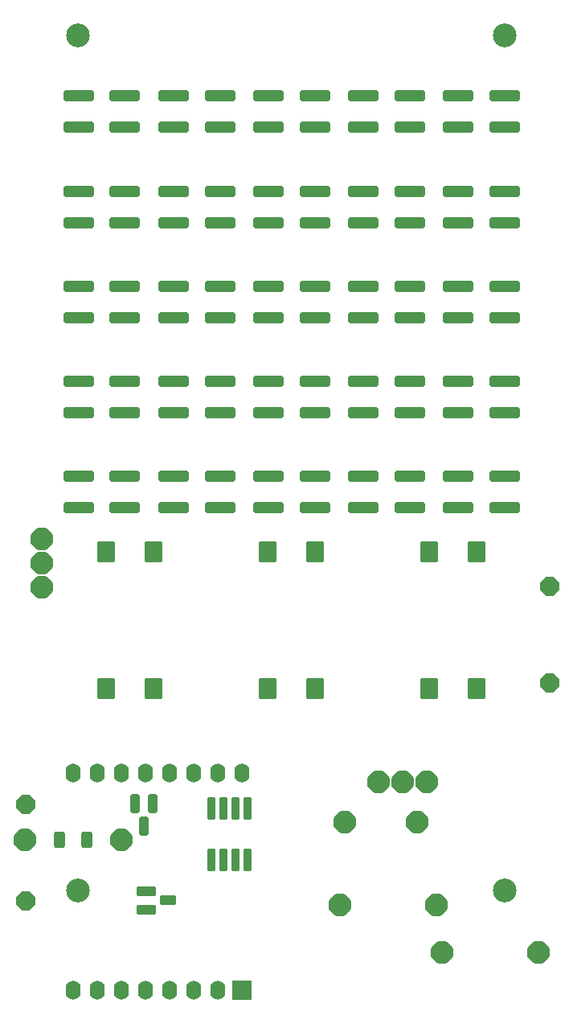
<source format=gbr>
%TF.GenerationSoftware,KiCad,Pcbnew,7.0.7*%
%TF.CreationDate,2023-09-08T08:11:20+02:00*%
%TF.ProjectId,D1Mini_Wuerfel_aktuell,44314d69-6e69-45f5-9775-657266656c5f,rev?*%
%TF.SameCoordinates,Original*%
%TF.FileFunction,Soldermask,Top*%
%TF.FilePolarity,Negative*%
%FSLAX46Y46*%
G04 Gerber Fmt 4.6, Leading zero omitted, Abs format (unit mm)*
G04 Created by KiCad (PCBNEW 7.0.7) date 2023-09-08 08:11:20*
%MOMM*%
%LPD*%
G01*
G04 APERTURE LIST*
G04 Aperture macros list*
%AMRoundRect*
0 Rectangle with rounded corners*
0 $1 Rounding radius*
0 $2 $3 $4 $5 $6 $7 $8 $9 X,Y pos of 4 corners*
0 Add a 4 corners polygon primitive as box body*
4,1,4,$2,$3,$4,$5,$6,$7,$8,$9,$2,$3,0*
0 Add four circle primitives for the rounded corners*
1,1,$1+$1,$2,$3*
1,1,$1+$1,$4,$5*
1,1,$1+$1,$6,$7*
1,1,$1+$1,$8,$9*
0 Add four rect primitives between the rounded corners*
20,1,$1+$1,$2,$3,$4,$5,0*
20,1,$1+$1,$4,$5,$6,$7,0*
20,1,$1+$1,$6,$7,$8,$9,0*
20,1,$1+$1,$8,$9,$2,$3,0*%
%AMFreePoly0*
4,1,25,0.494643,1.132196,0.506766,1.121842,1.121842,0.506766,1.150349,0.450818,1.151600,0.434924,1.151600,-0.434924,1.132196,-0.494643,1.121842,-0.506766,0.506766,-1.121842,0.450818,-1.150349,0.434924,-1.151600,-0.434924,-1.151600,-0.494643,-1.132196,-0.506766,-1.121842,-1.121842,-0.506766,-1.150349,-0.450818,-1.151600,-0.434924,-1.151600,0.434924,-1.132196,0.494643,-1.121842,0.506766,
-0.506766,1.121842,-0.450818,1.150349,-0.434924,1.151600,0.434924,1.151600,0.494643,1.132196,0.494643,1.132196,$1*%
%AMFreePoly1*
4,1,25,0.432511,0.982196,0.444634,0.971842,0.971842,0.444634,1.000349,0.388686,1.001600,0.372792,1.001600,-0.372792,0.982196,-0.432511,0.971842,-0.444634,0.444634,-0.971842,0.388686,-1.000349,0.372792,-1.001600,-0.372792,-1.001600,-0.432511,-0.982196,-0.444634,-0.971842,-0.971842,-0.444634,-1.000349,-0.388686,-1.001600,-0.372792,-1.001600,0.372792,-0.982196,0.432511,-0.971842,0.444634,
-0.444634,0.971842,-0.388686,1.000349,-0.372792,1.001600,0.372792,1.001600,0.432511,0.982196,0.432511,0.982196,$1*%
G04 Aperture macros list end*
%ADD10RoundRect,0.191600X-1.410000X-0.360000X1.410000X-0.360000X1.410000X0.360000X-1.410000X0.360000X0*%
%ADD11RoundRect,0.101600X-0.800000X-1.000000X0.800000X-1.000000X0.800000X1.000000X-0.800000X1.000000X0*%
%ADD12RoundRect,0.250000X-0.312500X-0.625000X0.312500X-0.625000X0.312500X0.625000X-0.312500X0.625000X0*%
%ADD13RoundRect,0.101600X0.375000X0.875000X-0.375000X0.875000X-0.375000X-0.875000X0.375000X-0.875000X0*%
%ADD14RoundRect,0.101600X-0.875000X0.400000X-0.875000X-0.400000X0.875000X-0.400000X0.875000X0.400000X0*%
%ADD15RoundRect,0.101600X-0.750000X0.400000X-0.750000X-0.400000X0.750000X-0.400000X0.750000X0.400000X0*%
%ADD16RoundRect,0.101600X-0.350000X-1.050000X0.350000X-1.050000X0.350000X1.050000X-0.350000X1.050000X0*%
%ADD17FreePoly0,180.000000*%
%ADD18FreePoly0,0.000000*%
%ADD19FreePoly1,270.000000*%
%ADD20C,2.500000*%
%ADD21FreePoly1,90.000000*%
%ADD22FreePoly0,270.000000*%
%ADD23R,2.000000X2.000000*%
%ADD24O,1.600000X2.000000*%
G04 APERTURE END LIST*
D10*
%TO.C,D15*%
X150840000Y-78850000D03*
X150840000Y-82150000D03*
X155740000Y-82150000D03*
X155740000Y-78850000D03*
%TD*%
%TO.C,D18*%
X130840000Y-88850000D03*
X130840000Y-92150000D03*
X135740000Y-92150000D03*
X135740000Y-88850000D03*
%TD*%
D11*
%TO.C,S1*%
X113790000Y-106800000D03*
X118790000Y-106800000D03*
X113790000Y-121200000D03*
X118790000Y-121200000D03*
%TD*%
D10*
%TO.C,D3*%
X130840000Y-58850000D03*
X130840000Y-62150000D03*
X135740000Y-62150000D03*
X135740000Y-58850000D03*
%TD*%
%TO.C,D19*%
X140840000Y-88850000D03*
X140840000Y-92150000D03*
X145740000Y-92150000D03*
X145740000Y-88850000D03*
%TD*%
%TO.C,D16*%
X110840000Y-88850000D03*
X110840000Y-92150000D03*
X115740000Y-92150000D03*
X115740000Y-88850000D03*
%TD*%
D12*
%TO.C,R1_SMT1*%
X108825000Y-137160000D03*
X111750000Y-137160000D03*
%TD*%
D10*
%TO.C,D14*%
X140840000Y-78850000D03*
X140840000Y-82150000D03*
X145740000Y-82150000D03*
X145740000Y-78850000D03*
%TD*%
%TO.C,D2*%
X120840000Y-58850000D03*
X120840000Y-62150000D03*
X125740000Y-62150000D03*
X125740000Y-58850000D03*
%TD*%
D13*
%TO.C,T2*%
X118700000Y-133350000D03*
X116800000Y-133350000D03*
X117750000Y-135650000D03*
%TD*%
D10*
%TO.C,D24*%
X140840000Y-98850000D03*
X140840000Y-102150000D03*
X145740000Y-102150000D03*
X145740000Y-98850000D03*
%TD*%
%TO.C,D25*%
X150840000Y-98850000D03*
X150840000Y-102150000D03*
X155740000Y-102150000D03*
X155740000Y-98850000D03*
%TD*%
%TO.C,D20*%
X150840000Y-88850000D03*
X150840000Y-92150000D03*
X155740000Y-92150000D03*
X155740000Y-88850000D03*
%TD*%
%TO.C,D11*%
X110840000Y-78850000D03*
X110840000Y-82150000D03*
X115740000Y-82150000D03*
X115740000Y-78850000D03*
%TD*%
D11*
%TO.C,S3*%
X147790000Y-106800000D03*
X152790000Y-106800000D03*
X147790000Y-121200000D03*
X152790000Y-121200000D03*
%TD*%
D10*
%TO.C,D21*%
X110840000Y-98850000D03*
X110840000Y-102150000D03*
X115740000Y-102150000D03*
X115740000Y-98850000D03*
%TD*%
%TO.C,D12*%
X120840000Y-78850000D03*
X120840000Y-82150000D03*
X125740000Y-82150000D03*
X125740000Y-78850000D03*
%TD*%
%TO.C,D6*%
X110840000Y-68850000D03*
X110840000Y-72150000D03*
X115740000Y-72150000D03*
X115740000Y-68850000D03*
%TD*%
%TO.C,D13*%
X130840000Y-78850000D03*
X130840000Y-82150000D03*
X135740000Y-82150000D03*
X135740000Y-78850000D03*
%TD*%
%TO.C,D10*%
X150840000Y-68850000D03*
X150840000Y-72150000D03*
X155740000Y-72150000D03*
X155740000Y-68850000D03*
%TD*%
%TO.C,D7*%
X120840000Y-68850000D03*
X120840000Y-72150000D03*
X125740000Y-72150000D03*
X125740000Y-68850000D03*
%TD*%
%TO.C,D4*%
X140840000Y-58850000D03*
X140840000Y-62150000D03*
X145740000Y-62150000D03*
X145740000Y-58850000D03*
%TD*%
%TO.C,D9*%
X140840000Y-68850000D03*
X140840000Y-72150000D03*
X145740000Y-72150000D03*
X145740000Y-68850000D03*
%TD*%
%TO.C,D1*%
X110840000Y-58850000D03*
X110840000Y-62150000D03*
X115740000Y-62150000D03*
X115740000Y-58850000D03*
%TD*%
%TO.C,D23*%
X130840000Y-98850000D03*
X130840000Y-102150000D03*
X135740000Y-102150000D03*
X135740000Y-98850000D03*
%TD*%
%TO.C,D5*%
X150840000Y-58850000D03*
X150840000Y-62150000D03*
X155740000Y-62150000D03*
X155740000Y-58850000D03*
%TD*%
%TO.C,D8*%
X130840000Y-68850000D03*
X130840000Y-72150000D03*
X135740000Y-72150000D03*
X135740000Y-68850000D03*
%TD*%
D14*
%TO.C,T3*%
X117950000Y-142550000D03*
X117950000Y-144450000D03*
D15*
X120250000Y-143500000D03*
%TD*%
D16*
%TO.C,T1*%
X124845000Y-139200000D03*
X126115000Y-139200000D03*
X127385000Y-139200000D03*
X128655000Y-139200000D03*
X128655000Y-133800000D03*
X127385000Y-133800000D03*
X126115000Y-133800000D03*
X124845000Y-133800000D03*
%TD*%
D10*
%TO.C,D22*%
X120840000Y-98850000D03*
X120840000Y-102150000D03*
X125740000Y-102150000D03*
X125740000Y-98850000D03*
%TD*%
D11*
%TO.C,S2*%
X130790000Y-106800000D03*
X135790000Y-106800000D03*
X130790000Y-121200000D03*
X135790000Y-121200000D03*
%TD*%
D10*
%TO.C,D17*%
X120840000Y-88850000D03*
X120840000Y-92150000D03*
X125740000Y-92150000D03*
X125740000Y-88850000D03*
%TD*%
D17*
%TO.C,U2*%
X147540000Y-131000000D03*
X145000000Y-131000000D03*
X142460000Y-131000000D03*
%TD*%
%TO.C,D26*%
X146560000Y-135250000D03*
X138940000Y-135250000D03*
%TD*%
D18*
%TO.C,D28*%
X149170000Y-149000000D03*
X159330000Y-149000000D03*
%TD*%
D19*
%TO.C,BAT1*%
X105250000Y-143580000D03*
X105250000Y-133420000D03*
%TD*%
D20*
%TO.C,REF3*%
X155791100Y-142496400D03*
%TD*%
D21*
%TO.C,R2*%
X160500000Y-120580000D03*
X160500000Y-110420000D03*
%TD*%
D20*
%TO.C,REF1*%
X110791100Y-52496400D03*
%TD*%
%TO.C,REF4*%
X110791100Y-142496400D03*
%TD*%
D18*
%TO.C,R1_THT1*%
X105170000Y-137160000D03*
X115330000Y-137160000D03*
%TD*%
%TO.C,D27*%
X138420000Y-144000000D03*
X148580000Y-144000000D03*
%TD*%
D22*
%TO.C,K1*%
X107000000Y-105460000D03*
X107000000Y-108000000D03*
X107000000Y-110540000D03*
%TD*%
D23*
%TO.C,U1*%
X128070000Y-152945000D03*
D24*
X125530000Y-152945000D03*
X122990000Y-152945000D03*
X120450000Y-152945000D03*
X117910000Y-152945000D03*
X115370000Y-152945000D03*
X112830000Y-152945000D03*
X110290000Y-152945000D03*
X110290000Y-130085000D03*
X112830000Y-130085000D03*
X115370000Y-130085000D03*
X117910000Y-130085000D03*
X120450000Y-130085000D03*
X122990000Y-130085000D03*
X125530000Y-130085000D03*
X128070000Y-130085000D03*
%TD*%
D20*
%TO.C,REF2*%
X155791100Y-52496400D03*
%TD*%
M02*

</source>
